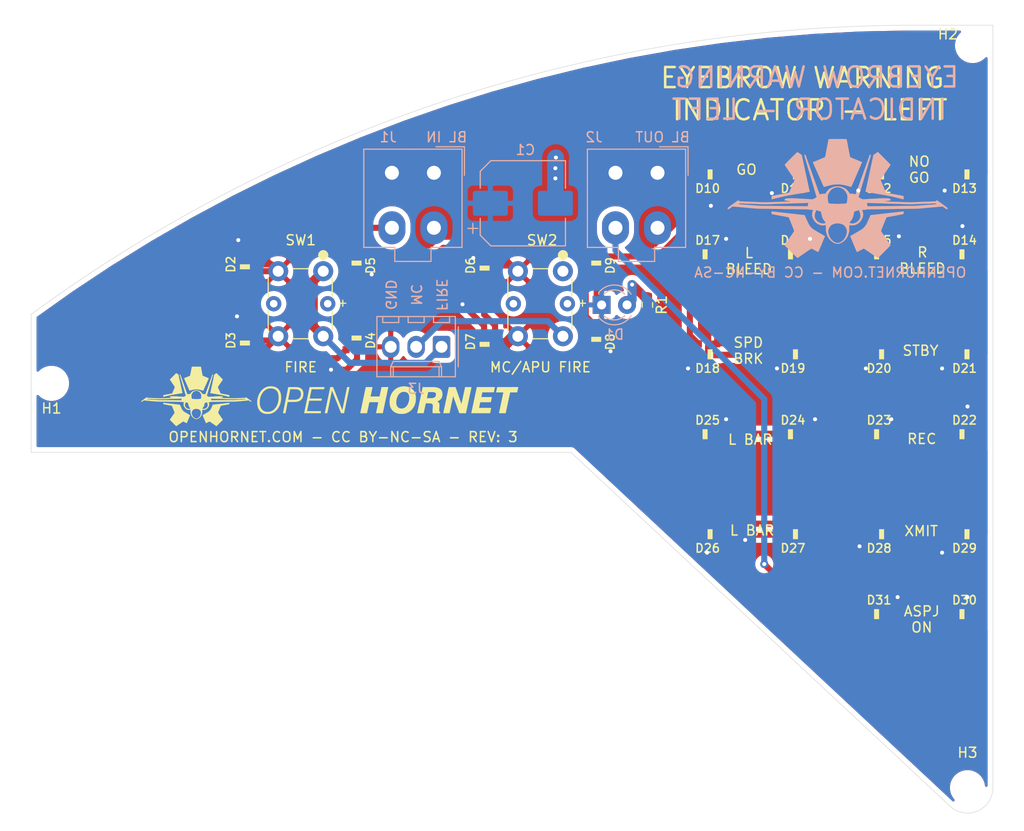
<source format=kicad_pcb>
(kicad_pcb (version 20171130) (host pcbnew "(5.1.9)-1")
  (layers (0 F.Cu signal) (31 B.Cu signal) (34 B.Paste user) (35 F.Paste user) (36 B.SilkS user) (37 F.SilkS user) (38 B.Mask user) (39 F.Mask user) (44 Edge.Cuts user))
  (net 0 "")
  (net 1 GND)
  (net 2 +5V)
  (net 3 "Net-(D1-Pad2)")
  (net 4 /DIN)
  (net 5 "Net-(D2-Pad1)")
  (net 6 "Net-(D3-Pad1)")
  (net 7 "Net-(D4-Pad1)")
  (net 8 "Net-(D5-Pad1)")
  (net 9 "Net-(D6-Pad1)")
  (net 10 "Net-(D7-Pad1)")
  (net 11 "Net-(D8-Pad1)")
  (net 12 /DOUT1)
  (net 13 "Net-(D10-Pad1)")
  (net 14 "Net-(D11-Pad1)")
  (net 15 "Net-(D12-Pad1)")
  (net 16 "Net-(D13-Pad1)")
  (net 17 "Net-(D14-Pad1)")
  (net 18 "Net-(D15-Pad1)")
  (net 19 "Net-(D16-Pad1)")
  (net 20 /DOUT2)
  (net 21 "Net-(D18-Pad1)")
  (net 22 "Net-(D19-Pad1)")
  (net 23 "Net-(D20-Pad1)")
  (net 24 "Net-(D21-Pad1)")
  (net 25 "Net-(D22-Pad1)")
  (net 26 "Net-(D23-Pad1)")
  (net 27 "Net-(D24-Pad1)")
  (net 28 /DOUT3)
  (net 29 "Net-(D26-Pad1)")
  (net 30 "Net-(D27-Pad1)")
  (net 31 "Net-(D28-Pad1)")
  (net 32 "Net-(D29-Pad1)")
  (net 33 "Net-(D30-Pad1)")
  (net 34 /DOUT)
  (net 35 /MC_SW)
  (net 36 /FIRE_SW)
  (module KiCAD_Libraries:WS2812-2020 (layer F.Cu) (at 186.359799 118.26875 180)
    (fp_text reference D31 (at 0 1.905) (layer F.SilkS) (effects (font (size 0.85 0.85))))
    (fp_text value LED hide)
    (pad 4 smd rect (at -0.915 0.55 180) (size 0.7 0.7) (layers F.Cu F.Paste F.Mask) (net 2 +5V))
    (pad 3 smd rect (at -0.915 -0.55 180) (size 0.7 0.7) (layers F.Cu F.Paste F.Mask) (net 33 "Net-(D30-Pad1)"))
    (pad 2 smd rect (at 0.915 -0.55 180) (size 0.7 0.7) (layers F.Cu F.Paste F.Mask) (net 1 GND))
    (pad 1 smd rect (at 0.915 0.55 180) (size 0.7 0.7) (layers F.Cu F.Paste F.Mask) (net 34 /DOUT))
  )
  (module KiCAD_Libraries:WS2812-2020 (layer F.Cu) (at 194.894199 118.26875 180)
    (fp_text reference D30 (at 0 1.905) (layer F.SilkS) (effects (font (size 0.85 0.85))))
    (fp_text value LED hide)
    (pad 4 smd rect (at -0.915 0.55 180) (size 0.7 0.7) (layers F.Cu F.Paste F.Mask) (net 2 +5V))
    (pad 3 smd rect (at -0.915 -0.55 180) (size 0.7 0.7) (layers F.Cu F.Paste F.Mask) (net 32 "Net-(D29-Pad1)"))
    (pad 2 smd rect (at 0.915 -0.55 180) (size 0.7 0.7) (layers F.Cu F.Paste F.Mask) (net 1 GND))
    (pad 1 smd rect (at 0.915 0.55 180) (size 0.7 0.7) (layers F.Cu F.Paste F.Mask) (net 33 "Net-(D30-Pad1)"))
  )
  (module KiCAD_Libraries:WS2812-2020 (layer F.Cu) (at 194.894199 109.27715)
    (fp_text reference D29 (at 0 1.905) (layer F.SilkS) (effects (font (size 0.85 0.85))))
    (fp_text value LED hide)
    (pad 4 smd rect (at -0.915 0.55) (size 0.7 0.7) (layers F.Cu F.Paste F.Mask) (net 2 +5V))
    (pad 3 smd rect (at -0.915 -0.55) (size 0.7 0.7) (layers F.Cu F.Paste F.Mask) (net 31 "Net-(D28-Pad1)"))
    (pad 2 smd rect (at 0.915 -0.55) (size 0.7 0.7) (layers F.Cu F.Paste F.Mask) (net 1 GND))
    (pad 1 smd rect (at 0.915 0.55) (size 0.7 0.7) (layers F.Cu F.Paste F.Mask) (net 32 "Net-(D29-Pad1)"))
  )
  (module KiCAD_Libraries:WS2812-2020 (layer F.Cu) (at 186.359799 109.27715)
    (fp_text reference D28 (at 0 1.905) (layer F.SilkS) (effects (font (size 0.85 0.85))))
    (fp_text value LED hide)
    (pad 4 smd rect (at -0.915 0.55) (size 0.7 0.7) (layers F.Cu F.Paste F.Mask) (net 2 +5V))
    (pad 3 smd rect (at -0.915 -0.55) (size 0.7 0.7) (layers F.Cu F.Paste F.Mask) (net 30 "Net-(D27-Pad1)"))
    (pad 2 smd rect (at 0.915 -0.55) (size 0.7 0.7) (layers F.Cu F.Paste F.Mask) (net 1 GND))
    (pad 1 smd rect (at 0.915 0.55) (size 0.7 0.7) (layers F.Cu F.Paste F.Mask) (net 31 "Net-(D28-Pad1)"))
  )
  (module KiCAD_Libraries:WS2812-2020 (layer F.Cu) (at 177.749199 109.27715)
    (fp_text reference D27 (at 0 1.905) (layer F.SilkS) (effects (font (size 0.85 0.85))))
    (fp_text value LED hide)
    (pad 4 smd rect (at -0.915 0.55) (size 0.7 0.7) (layers F.Cu F.Paste F.Mask) (net 2 +5V))
    (pad 3 smd rect (at -0.915 -0.55) (size 0.7 0.7) (layers F.Cu F.Paste F.Mask) (net 29 "Net-(D26-Pad1)"))
    (pad 2 smd rect (at 0.915 -0.55) (size 0.7 0.7) (layers F.Cu F.Paste F.Mask) (net 1 GND))
    (pad 1 smd rect (at 0.915 0.55) (size 0.7 0.7) (layers F.Cu F.Paste F.Mask) (net 30 "Net-(D27-Pad1)"))
  )
  (module KiCAD_Libraries:WS2812-2020 (layer F.Cu) (at 169.214799 109.27715)
    (fp_text reference D26 (at 0 1.905) (layer F.SilkS) (effects (font (size 0.85 0.85))))
    (fp_text value LED hide)
    (pad 4 smd rect (at -0.915 0.55) (size 0.7 0.7) (layers F.Cu F.Paste F.Mask) (net 2 +5V))
    (pad 3 smd rect (at -0.915 -0.55) (size 0.7 0.7) (layers F.Cu F.Paste F.Mask) (net 28 /DOUT3))
    (pad 2 smd rect (at 0.915 -0.55) (size 0.7 0.7) (layers F.Cu F.Paste F.Mask) (net 1 GND))
    (pad 1 smd rect (at 0.915 0.55) (size 0.7 0.7) (layers F.Cu F.Paste F.Mask) (net 29 "Net-(D26-Pad1)"))
  )
  (module KiCAD_Libraries:WS2812-2020 (layer F.Cu) (at 169.214799 100.28555 180)
    (fp_text reference D25 (at 0 1.905) (layer F.SilkS) (effects (font (size 0.85 0.85))))
    (fp_text value LED hide)
    (pad 4 smd rect (at -0.915 0.55 180) (size 0.7 0.7) (layers F.Cu F.Paste F.Mask) (net 2 +5V))
    (pad 3 smd rect (at -0.915 -0.55 180) (size 0.7 0.7) (layers F.Cu F.Paste F.Mask) (net 27 "Net-(D24-Pad1)"))
    (pad 2 smd rect (at 0.915 -0.55 180) (size 0.7 0.7) (layers F.Cu F.Paste F.Mask) (net 1 GND))
    (pad 1 smd rect (at 0.915 0.55 180) (size 0.7 0.7) (layers F.Cu F.Paste F.Mask) (net 28 /DOUT3))
  )
  (module KiCAD_Libraries:WS2812-2020 (layer F.Cu) (at 177.749199 100.28555 180)
    (fp_text reference D24 (at 0 1.905) (layer F.SilkS) (effects (font (size 0.85 0.85))))
    (fp_text value LED hide)
    (pad 4 smd rect (at -0.915 0.55 180) (size 0.7 0.7) (layers F.Cu F.Paste F.Mask) (net 2 +5V))
    (pad 3 smd rect (at -0.915 -0.55 180) (size 0.7 0.7) (layers F.Cu F.Paste F.Mask) (net 26 "Net-(D23-Pad1)"))
    (pad 2 smd rect (at 0.915 -0.55 180) (size 0.7 0.7) (layers F.Cu F.Paste F.Mask) (net 1 GND))
    (pad 1 smd rect (at 0.915 0.55 180) (size 0.7 0.7) (layers F.Cu F.Paste F.Mask) (net 27 "Net-(D24-Pad1)"))
  )
  (module KiCAD_Libraries:WS2812-2020 (layer F.Cu) (at 186.359799 100.28555 180)
    (fp_text reference D23 (at 0 1.905) (layer F.SilkS) (effects (font (size 0.85 0.85))))
    (fp_text value LED hide)
    (pad 4 smd rect (at -0.915 0.55 180) (size 0.7 0.7) (layers F.Cu F.Paste F.Mask) (net 2 +5V))
    (pad 3 smd rect (at -0.915 -0.55 180) (size 0.7 0.7) (layers F.Cu F.Paste F.Mask) (net 25 "Net-(D22-Pad1)"))
    (pad 2 smd rect (at 0.915 -0.55 180) (size 0.7 0.7) (layers F.Cu F.Paste F.Mask) (net 1 GND))
    (pad 1 smd rect (at 0.915 0.55 180) (size 0.7 0.7) (layers F.Cu F.Paste F.Mask) (net 26 "Net-(D23-Pad1)"))
  )
  (module KiCAD_Libraries:WS2812-2020 (layer F.Cu) (at 194.894199 100.28555 180)
    (fp_text reference D22 (at 0 1.905) (layer F.SilkS) (effects (font (size 0.85 0.85))))
    (fp_text value LED hide)
    (pad 4 smd rect (at -0.915 0.55 180) (size 0.7 0.7) (layers F.Cu F.Paste F.Mask) (net 2 +5V))
    (pad 3 smd rect (at -0.915 -0.55 180) (size 0.7 0.7) (layers F.Cu F.Paste F.Mask) (net 24 "Net-(D21-Pad1)"))
    (pad 2 smd rect (at 0.915 -0.55 180) (size 0.7 0.7) (layers F.Cu F.Paste F.Mask) (net 1 GND))
    (pad 1 smd rect (at 0.915 0.55 180) (size 0.7 0.7) (layers F.Cu F.Paste F.Mask) (net 25 "Net-(D22-Pad1)"))
  )
  (module KiCAD_Libraries:WS2812-2020 (layer F.Cu) (at 194.894199 91.29395)
    (fp_text reference D21 (at 0 1.905) (layer F.SilkS) (effects (font (size 0.85 0.85))))
    (fp_text value LED hide)
    (pad 4 smd rect (at -0.915 0.55) (size 0.7 0.7) (layers F.Cu F.Paste F.Mask) (net 2 +5V))
    (pad 3 smd rect (at -0.915 -0.55) (size 0.7 0.7) (layers F.Cu F.Paste F.Mask) (net 23 "Net-(D20-Pad1)"))
    (pad 2 smd rect (at 0.915 -0.55) (size 0.7 0.7) (layers F.Cu F.Paste F.Mask) (net 1 GND))
    (pad 1 smd rect (at 0.915 0.55) (size 0.7 0.7) (layers F.Cu F.Paste F.Mask) (net 24 "Net-(D21-Pad1)"))
  )
  (module KiCAD_Libraries:WS2812-2020 (layer F.Cu) (at 186.359799 91.29395)
    (fp_text reference D20 (at 0 1.905) (layer F.SilkS) (effects (font (size 0.85 0.85))))
    (fp_text value LED hide)
    (pad 4 smd rect (at -0.915 0.55) (size 0.7 0.7) (layers F.Cu F.Paste F.Mask) (net 2 +5V))
    (pad 3 smd rect (at -0.915 -0.55) (size 0.7 0.7) (layers F.Cu F.Paste F.Mask) (net 22 "Net-(D19-Pad1)"))
    (pad 2 smd rect (at 0.915 -0.55) (size 0.7 0.7) (layers F.Cu F.Paste F.Mask) (net 1 GND))
    (pad 1 smd rect (at 0.915 0.55) (size 0.7 0.7) (layers F.Cu F.Paste F.Mask) (net 23 "Net-(D20-Pad1)"))
  )
  (module KiCAD_Libraries:WS2812-2020 (layer F.Cu) (at 177.749199 91.29395)
    (fp_text reference D19 (at 0 1.905) (layer F.SilkS) (effects (font (size 0.85 0.85))))
    (fp_text value LED hide)
    (pad 4 smd rect (at -0.915 0.55) (size 0.7 0.7) (layers F.Cu F.Paste F.Mask) (net 2 +5V))
    (pad 3 smd rect (at -0.915 -0.55) (size 0.7 0.7) (layers F.Cu F.Paste F.Mask) (net 21 "Net-(D18-Pad1)"))
    (pad 2 smd rect (at 0.915 -0.55) (size 0.7 0.7) (layers F.Cu F.Paste F.Mask) (net 1 GND))
    (pad 1 smd rect (at 0.915 0.55) (size 0.7 0.7) (layers F.Cu F.Paste F.Mask) (net 22 "Net-(D19-Pad1)"))
  )
  (module KiCAD_Libraries:WS2812-2020 (layer F.Cu) (at 169.214799 91.29395)
    (fp_text reference D18 (at 0 1.905) (layer F.SilkS) (effects (font (size 0.85 0.85))))
    (fp_text value LED hide)
    (pad 4 smd rect (at -0.915 0.55) (size 0.7 0.7) (layers F.Cu F.Paste F.Mask) (net 2 +5V))
    (pad 3 smd rect (at -0.915 -0.55) (size 0.7 0.7) (layers F.Cu F.Paste F.Mask) (net 20 /DOUT2))
    (pad 2 smd rect (at 0.915 -0.55) (size 0.7 0.7) (layers F.Cu F.Paste F.Mask) (net 1 GND))
    (pad 1 smd rect (at 0.915 0.55) (size 0.7 0.7) (layers F.Cu F.Paste F.Mask) (net 21 "Net-(D18-Pad1)"))
  )
  (module KiCAD_Libraries:WS2812-2020 (layer F.Cu) (at 169.214799 82.302351 180)
    (fp_text reference D17 (at 0 1.905) (layer F.SilkS) (effects (font (size 0.85 0.85))))
    (fp_text value LED hide)
    (pad 4 smd rect (at -0.915 0.55 180) (size 0.7 0.7) (layers F.Cu F.Paste F.Mask) (net 2 +5V))
    (pad 3 smd rect (at -0.915 -0.55 180) (size 0.7 0.7) (layers F.Cu F.Paste F.Mask) (net 19 "Net-(D16-Pad1)"))
    (pad 2 smd rect (at 0.915 -0.55 180) (size 0.7 0.7) (layers F.Cu F.Paste F.Mask) (net 1 GND))
    (pad 1 smd rect (at 0.915 0.55 180) (size 0.7 0.7) (layers F.Cu F.Paste F.Mask) (net 20 /DOUT2))
  )
  (module KiCAD_Libraries:WS2812-2020 (layer F.Cu) (at 177.749199 82.302351 180)
    (fp_text reference D16 (at 0 1.905) (layer F.SilkS) (effects (font (size 0.85 0.85))))
    (fp_text value LED hide)
    (pad 4 smd rect (at -0.915 0.55 180) (size 0.7 0.7) (layers F.Cu F.Paste F.Mask) (net 2 +5V))
    (pad 3 smd rect (at -0.915 -0.55 180) (size 0.7 0.7) (layers F.Cu F.Paste F.Mask) (net 18 "Net-(D15-Pad1)"))
    (pad 2 smd rect (at 0.915 -0.55 180) (size 0.7 0.7) (layers F.Cu F.Paste F.Mask) (net 1 GND))
    (pad 1 smd rect (at 0.915 0.55 180) (size 0.7 0.7) (layers F.Cu F.Paste F.Mask) (net 19 "Net-(D16-Pad1)"))
  )
  (module KiCAD_Libraries:WS2812-2020 (layer F.Cu) (at 186.359799 82.302351 180)
    (fp_text reference D15 (at 0 1.905) (layer F.SilkS) (effects (font (size 0.85 0.85))))
    (fp_text value LED hide)
    (pad 4 smd rect (at -0.915 0.55 180) (size 0.7 0.7) (layers F.Cu F.Paste F.Mask) (net 2 +5V))
    (pad 3 smd rect (at -0.915 -0.55 180) (size 0.7 0.7) (layers F.Cu F.Paste F.Mask) (net 17 "Net-(D14-Pad1)"))
    (pad 2 smd rect (at 0.915 -0.55 180) (size 0.7 0.7) (layers F.Cu F.Paste F.Mask) (net 1 GND))
    (pad 1 smd rect (at 0.915 0.55 180) (size 0.7 0.7) (layers F.Cu F.Paste F.Mask) (net 18 "Net-(D15-Pad1)"))
  )
  (module KiCAD_Libraries:WS2812-2020 (layer F.Cu) (at 194.894199 82.302351 180)
    (fp_text reference D14 (at 0 1.905) (layer F.SilkS) (effects (font (size 0.85 0.85))))
    (fp_text value LED hide)
    (pad 4 smd rect (at -0.915 0.55 180) (size 0.7 0.7) (layers F.Cu F.Paste F.Mask) (net 2 +5V))
    (pad 3 smd rect (at -0.915 -0.55 180) (size 0.7 0.7) (layers F.Cu F.Paste F.Mask) (net 16 "Net-(D13-Pad1)"))
    (pad 2 smd rect (at 0.915 -0.55 180) (size 0.7 0.7) (layers F.Cu F.Paste F.Mask) (net 1 GND))
    (pad 1 smd rect (at 0.915 0.55 180) (size 0.7 0.7) (layers F.Cu F.Paste F.Mask) (net 17 "Net-(D14-Pad1)"))
  )
  (module KiCAD_Libraries:WS2812-2020 (layer F.Cu) (at 194.894199 73.310751)
    (fp_text reference D13 (at 0 1.905) (layer F.SilkS) (effects (font (size 0.85 0.85))))
    (fp_text value LED hide)
    (pad 4 smd rect (at -0.915 0.55) (size 0.7 0.7) (layers F.Cu F.Paste F.Mask) (net 2 +5V))
    (pad 3 smd rect (at -0.915 -0.55) (size 0.7 0.7) (layers F.Cu F.Paste F.Mask) (net 15 "Net-(D12-Pad1)"))
    (pad 2 smd rect (at 0.915 -0.55) (size 0.7 0.7) (layers F.Cu F.Paste F.Mask) (net 1 GND))
    (pad 1 smd rect (at 0.915 0.55) (size 0.7 0.7) (layers F.Cu F.Paste F.Mask) (net 16 "Net-(D13-Pad1)"))
  )
  (module KiCAD_Libraries:WS2812-2020 (layer F.Cu) (at 186.359799 73.310751)
    (fp_text reference D12 (at 0 1.905) (layer F.SilkS) (effects (font (size 0.85 0.85))))
    (fp_text value LED hide)
    (pad 4 smd rect (at -0.915 0.55) (size 0.7 0.7) (layers F.Cu F.Paste F.Mask) (net 2 +5V))
    (pad 3 smd rect (at -0.915 -0.55) (size 0.7 0.7) (layers F.Cu F.Paste F.Mask) (net 14 "Net-(D11-Pad1)"))
    (pad 2 smd rect (at 0.915 -0.55) (size 0.7 0.7) (layers F.Cu F.Paste F.Mask) (net 1 GND))
    (pad 1 smd rect (at 0.915 0.55) (size 0.7 0.7) (layers F.Cu F.Paste F.Mask) (net 15 "Net-(D12-Pad1)"))
  )
  (module KiCAD_Libraries:WS2812-2020 (layer F.Cu) (at 177.749199 73.31075)
    (fp_text reference D11 (at 0 1.905) (layer F.SilkS) (effects (font (size 0.85 0.85))))
    (fp_text value LED hide)
    (pad 4 smd rect (at -0.915 0.55) (size 0.7 0.7) (layers F.Cu F.Paste F.Mask) (net 2 +5V))
    (pad 3 smd rect (at -0.915 -0.55) (size 0.7 0.7) (layers F.Cu F.Paste F.Mask) (net 13 "Net-(D10-Pad1)"))
    (pad 2 smd rect (at 0.915 -0.55) (size 0.7 0.7) (layers F.Cu F.Paste F.Mask) (net 1 GND))
    (pad 1 smd rect (at 0.915 0.55) (size 0.7 0.7) (layers F.Cu F.Paste F.Mask) (net 14 "Net-(D11-Pad1)"))
  )
  (module KiCAD_Libraries:WS2812-2020 (layer F.Cu) (at 169.214799 73.31075)
    (fp_text reference D10 (at 0 1.905) (layer F.SilkS) (effects (font (size 0.85 0.85))))
    (fp_text value LED hide)
    (pad 4 smd rect (at -0.915 0.55) (size 0.7 0.7) (layers F.Cu F.Paste F.Mask) (net 2 +5V))
    (pad 3 smd rect (at -0.915 -0.55) (size 0.7 0.7) (layers F.Cu F.Paste F.Mask) (net 12 /DOUT1))
    (pad 2 smd rect (at 0.915 -0.55) (size 0.7 0.7) (layers F.Cu F.Paste F.Mask) (net 1 GND))
    (pad 1 smd rect (at 0.915 0.55) (size 0.7 0.7) (layers F.Cu F.Paste F.Mask) (net 13 "Net-(D10-Pad1)"))
  )
  (module KiCAD_Libraries:WS2812-2020 (layer F.Cu) (at 157.583249 82.928149 90)
    (fp_text reference D9 (at 0 1.905 90) (layer F.SilkS) (effects (font (size 0.85 0.85))))
    (fp_text value LED hide)
    (pad 4 smd rect (at -0.915 0.55 90) (size 0.7 0.7) (layers F.Cu F.Paste F.Mask) (net 2 +5V))
    (pad 3 smd rect (at -0.915 -0.55 90) (size 0.7 0.7) (layers F.Cu F.Paste F.Mask) (net 11 "Net-(D8-Pad1)"))
    (pad 2 smd rect (at 0.915 -0.55 90) (size 0.7 0.7) (layers F.Cu F.Paste F.Mask) (net 1 GND))
    (pad 1 smd rect (at 0.915 0.55 90) (size 0.7 0.7) (layers F.Cu F.Paste F.Mask) (net 12 /DOUT1))
  )
  (module KiCAD_Libraries:WS2812-2020 (layer F.Cu) (at 157.583249 90.548149 90)
    (fp_text reference D8 (at 0 1.905 90) (layer F.SilkS) (effects (font (size 0.85 0.85))))
    (fp_text value LED hide)
    (pad 4 smd rect (at -0.915 0.55 90) (size 0.7 0.7) (layers F.Cu F.Paste F.Mask) (net 2 +5V))
    (pad 3 smd rect (at -0.915 -0.55 90) (size 0.7 0.7) (layers F.Cu F.Paste F.Mask) (net 10 "Net-(D7-Pad1)"))
    (pad 2 smd rect (at 0.915 -0.55 90) (size 0.7 0.7) (layers F.Cu F.Paste F.Mask) (net 1 GND))
    (pad 1 smd rect (at 0.915 0.55 90) (size 0.7 0.7) (layers F.Cu F.Paste F.Mask) (net 11 "Net-(D8-Pad1)"))
  )
  (module KiCAD_Libraries:WS2812-2020 (layer F.Cu) (at 147.423249 90.548149 270)
    (fp_text reference D7 (at 0 1.905 90) (layer F.SilkS) (effects (font (size 0.85 0.85))))
    (fp_text value LED hide)
    (pad 4 smd rect (at -0.915 0.55 270) (size 0.7 0.7) (layers F.Cu F.Paste F.Mask) (net 2 +5V))
    (pad 3 smd rect (at -0.915 -0.55 270) (size 0.7 0.7) (layers F.Cu F.Paste F.Mask) (net 9 "Net-(D6-Pad1)"))
    (pad 2 smd rect (at 0.915 -0.55 270) (size 0.7 0.7) (layers F.Cu F.Paste F.Mask) (net 1 GND))
    (pad 1 smd rect (at 0.915 0.55 270) (size 0.7 0.7) (layers F.Cu F.Paste F.Mask) (net 10 "Net-(D7-Pad1)"))
  )
  (module KiCAD_Libraries:WS2812-2020 (layer F.Cu) (at 147.423249 82.928149 270)
    (fp_text reference D6 (at 0 1.905 90) (layer F.SilkS) (effects (font (size 0.85 0.85))))
    (fp_text value LED hide)
    (pad 4 smd rect (at -0.915 0.55 270) (size 0.7 0.7) (layers F.Cu F.Paste F.Mask) (net 2 +5V))
    (pad 3 smd rect (at -0.915 -0.55 270) (size 0.7 0.7) (layers F.Cu F.Paste F.Mask) (net 8 "Net-(D5-Pad1)"))
    (pad 2 smd rect (at 0.915 -0.55 270) (size 0.7 0.7) (layers F.Cu F.Paste F.Mask) (net 1 GND))
    (pad 1 smd rect (at 0.915 0.55 270) (size 0.7 0.7) (layers F.Cu F.Paste F.Mask) (net 9 "Net-(D6-Pad1)"))
  )
  (module KiCAD_Libraries:WS2812-2020 (layer F.Cu) (at 133.623249 82.928149 90)
    (fp_text reference D5 (at 0 1.905 90) (layer F.SilkS) (effects (font (size 0.85 0.85))))
    (fp_text value LED hide)
    (pad 4 smd rect (at -0.915 0.55 90) (size 0.7 0.7) (layers F.Cu F.Paste F.Mask) (net 2 +5V))
    (pad 3 smd rect (at -0.915 -0.55 90) (size 0.7 0.7) (layers F.Cu F.Paste F.Mask) (net 7 "Net-(D4-Pad1)"))
    (pad 2 smd rect (at 0.915 -0.55 90) (size 0.7 0.7) (layers F.Cu F.Paste F.Mask) (net 1 GND))
    (pad 1 smd rect (at 0.915 0.55 90) (size 0.7 0.7) (layers F.Cu F.Paste F.Mask) (net 8 "Net-(D5-Pad1)"))
  )
  (module KiCAD_Libraries:WS2812-2020 (layer F.Cu) (at 133.623249 90.418093 90)
    (fp_text reference D4 (at 0 1.905 90) (layer F.SilkS) (effects (font (size 0.85 0.85))))
    (fp_text value LED hide)
    (pad 4 smd rect (at -0.915 0.55 90) (size 0.7 0.7) (layers F.Cu F.Paste F.Mask) (net 2 +5V))
    (pad 3 smd rect (at -0.915 -0.55 90) (size 0.7 0.7) (layers F.Cu F.Paste F.Mask) (net 6 "Net-(D3-Pad1)"))
    (pad 2 smd rect (at 0.915 -0.55 90) (size 0.7 0.7) (layers F.Cu F.Paste F.Mask) (net 1 GND))
    (pad 1 smd rect (at 0.915 0.55 90) (size 0.7 0.7) (layers F.Cu F.Paste F.Mask) (net 7 "Net-(D4-Pad1)"))
  )
  (module KiCAD_Libraries:WS2812-2020 (layer F.Cu) (at 123.463249 90.418093 270)
    (fp_text reference D3 (at 0 1.905 90) (layer F.SilkS) (effects (font (size 0.85 0.85))))
    (fp_text value LED hide)
    (pad 4 smd rect (at -0.915 0.55 270) (size 0.7 0.7) (layers F.Cu F.Paste F.Mask) (net 2 +5V))
    (pad 3 smd rect (at -0.915 -0.55 270) (size 0.7 0.7) (layers F.Cu F.Paste F.Mask) (net 5 "Net-(D2-Pad1)"))
    (pad 2 smd rect (at 0.915 -0.55 270) (size 0.7 0.7) (layers F.Cu F.Paste F.Mask) (net 1 GND))
    (pad 1 smd rect (at 0.915 0.55 270) (size 0.7 0.7) (layers F.Cu F.Paste F.Mask) (net 6 "Net-(D3-Pad1)"))
  )
  (module KiCAD_Libraries:WS2812-2020 (layer F.Cu) (at 123.463249 82.798093 270)
    (fp_text reference D2 (at 0 1.905 90) (layer F.SilkS) (effects (font (size 0.85 0.85))))
    (fp_text value LED hide)
    (pad 4 smd rect (at -0.915 0.55 270) (size 0.7 0.7) (layers F.Cu F.Paste F.Mask) (net 2 +5V))
    (pad 3 smd rect (at -0.915 -0.55 270) (size 0.7 0.7) (layers F.Cu F.Paste F.Mask) (net 4 /DIN))
    (pad 2 smd rect (at 0.915 -0.55 270) (size 0.7 0.7) (layers F.Cu F.Paste F.Mask) (net 1 GND))
    (pad 1 smd rect (at 0.915 0.55 270) (size 0.7 0.7) (layers F.Cu F.Paste F.Mask) (net 5 "Net-(D2-Pad1)"))
  )
  (module "KiCAD Libraries:OH_LOGO_ONLY_22mm_12mm" (layer B.Cu) (at 182.244999 76.317097 180)
    (fp_text reference G*** hide)
    (fp_text value LOGO hide)
  )
  (module "KiCAD Libraries:OH_LOGO_37.7mm_5.9mm" (layer F.Cu) (at 131.444999 96.002097)
    (fp_text reference G*** hide)
    (fp_text value LOGO hide)
  )
  (module KiCAD_Libraries:TL1240GQ (layer F.Cu) (at 150.253249 89.988149 90)
    (fp_text reference SW2 (at 9.6 2.42 180) (layer F.SilkS))
    (fp_text value "MC/APU FIRE" (at -3.1 2.25) (layer F.SilkS))
    (fp_text user + (at 3.3 6.4 90) (layer F.SilkS) (effects (font (size 0.8 0.8) (thickness 0.12))))
    (pad 4 thru_hole circle (at 3.25 4.95 90) (size 1.524 1.524) (drill 0.762) (layers *.Cu *.Mask))
    (pad 3 thru_hole circle (at 3.25 -0.45 90) (size 1.524 1.524) (drill 0.762) (layers *.Cu *.Mask))
    (pad 2 thru_hole circle (at 6.5 0 180) (size 2 2) (drill 1.1) (layers *.Cu *.Mask) (net 1 GND))
    (pad 1 thru_hole circle (at 6.5 4.5 180) (size 2 2) (drill 1.1) (layers *.Cu *.Mask) (net 35 /MC_SW))
    (pad 2 thru_hole circle (at 0 0 180) (size 2 2) (drill 1.1) (layers *.Cu *.Mask) (net 1 GND))
    (pad 1 thru_hole circle (at 0 4.5 180) (size 2 2) (drill 1.1) (layers *.Cu *.Mask) (net 35 /MC_SW))
  )
  (module KiCAD_Libraries:TL1240GQ (layer F.Cu) (at 126.293249 89.988149 90)
    (fp_text reference SW1 (at 9.6 2.25 180) (layer F.SilkS))
    (fp_text value FIRE (at -3.1 2.25 180) (layer F.SilkS))
    (fp_text user + (at 3.3 6.4 90) (layer F.SilkS) (effects (font (size 0.8 0.8) (thickness 0.12))))
    (pad 4 thru_hole circle (at 3.25 4.95 90) (size 1.524 1.524) (drill 0.762) (layers *.Cu *.Mask))
    (pad 3 thru_hole circle (at 3.25 -0.45 90) (size 1.524 1.524) (drill 0.762) (layers *.Cu *.Mask))
    (pad 2 thru_hole circle (at 6.5 0 180) (size 2 2) (drill 1.1) (layers *.Cu *.Mask) (net 1 GND))
    (pad 1 thru_hole circle (at 6.5 4.5 180) (size 2 2) (drill 1.1) (layers *.Cu *.Mask) (net 36 /FIRE_SW))
    (pad 2 thru_hole circle (at 0 0 180) (size 2 2) (drill 1.1) (layers *.Cu *.Mask) (net 1 GND))
    (pad 1 thru_hole circle (at 0 4.5 180) (size 2 2) (drill 1.1) (layers *.Cu *.Mask) (net 36 /FIRE_SW))
  )
  (module Resistor_SMD:R_0603_1608Metric (layer F.Cu) (at 163.194999 86.858097 270)
    (fp_text reference R1 (at 0 -1.43 270) (layer F.SilkS))
    (fp_text value R)
    (pad 2 smd roundrect (at 0.825 0 270) (size 0.8 0.95) (layers F.Cu F.Paste F.Mask) (net 1 GND))
    (pad 1 smd roundrect (at -0.825 0 270) (size 0.8 0.95) (layers F.Cu F.Paste F.Mask) (net 3 "Net-(D1-Pad2)"))
  )
  (module Connector_Molex:Molex_KK-254_AE-6410-03A_1x03_P2.54mm_Vertical (layer B.Cu) (at 142.620999 91.049097 180)
    (fp_text reference J3 (at 2.54 -4.191) (layer B.SilkS) (effects (justify mirror)))
    (fp_text value SW)
    (pad 3 thru_hole oval (at 5.08 0 180) (size 1.74 2.19) (drill 1.19) (layers *.Cu *.Mask) (net 1 GND))
    (pad 2 thru_hole oval (at 2.54 0 180) (size 1.74 2.19) (drill 1.19) (layers *.Cu *.Mask) (net 35 /MC_SW))
    (pad 1 thru_hole roundrect (at 0 0 180) (size 1.74 2.19) (drill 1.19) (layers *.Cu *.Mask) (roundrect_rratio 0.1436775862068966) (net 36 /FIRE_SW))
  )
  (module Connector_Molex:Molex_Mini-Fit_Jr_5566-04A_2x02_P4.20mm_Vertical (layer B.Cu) (at 164.210999 73.650097 180)
    (fp_text reference J2 (at 6.35 3.556) (layer B.SilkS) (effects (justify mirror)))
    (fp_text value "BL OUT" (at -0.508 3.556) (layer B.SilkS) (effects (justify mirror)))
    (pad 4 thru_hole oval (at 4.2 -5.5 180) (size 2.7 3.3) (drill 1.4) (layers *.Cu *.Mask) (net 34 /DOUT))
    (pad 3 thru_hole oval (at 0 -5.5 180) (size 2.7 3.3) (drill 1.4) (layers *.Cu *.Mask) (net 1 GND))
    (pad 2 thru_hole oval (at 4.2 0 180) (size 2.7 3.3) (drill 1.4) (layers *.Cu *.Mask) (net 2 +5V))
    (pad 1 thru_hole roundrect (at 0 0 180) (size 2.7 3.3) (drill 1.4) (layers *.Cu *.Mask) (roundrect_rratio 0.09259296296296296) (net 2 +5V))
  )
  (module Connector_Molex:Molex_Mini-Fit_Jr_5566-04A_2x02_P4.20mm_Vertical (layer B.Cu) (at 141.858999 73.650097 180)
    (fp_text reference J1 (at 4.572 3.556) (layer B.SilkS) (effects (justify mirror)))
    (fp_text value "BL IN" (at -1.27 3.556) (layer B.SilkS) (effects (justify mirror)))
    (pad 4 thru_hole oval (at 4.2 -5.5 180) (size 2.7 3.3) (drill 1.4) (layers *.Cu *.Mask) (net 4 /DIN))
    (pad 3 thru_hole oval (at 0 -5.5 180) (size 2.7 3.3) (drill 1.4) (layers *.Cu *.Mask) (net 1 GND))
    (pad 2 thru_hole oval (at 4.2 0 180) (size 2.7 3.3) (drill 1.4) (layers *.Cu *.Mask) (net 2 +5V))
    (pad 1 thru_hole roundrect (at 0 0 180) (size 2.7 3.3) (drill 1.4) (layers *.Cu *.Mask) (roundrect_rratio 0.09259296296296296) (net 2 +5V))
  )
  (module MountingHole:MountingHole_2.5mm (layer F.Cu) (at 195.198999 135.118097)
    (fp_text reference H3 (at 0 -3.5) (layer F.SilkS))
    (fp_text value MountingHole)
    (pad 1 np_thru_hole circle (at 0 0) (size 2.5 2.5) (drill 2.5) (layers *.Cu *.Mask))
  )
  (module MountingHole:MountingHole_2.5mm (layer F.Cu) (at 195.706999 60.928251)
    (fp_text reference H2 (at -2.4765 -1.121154) (layer F.SilkS))
    (fp_text value MountingHole)
    (pad 1 np_thru_hole circle (at 0 0) (size 2.5 2.5) (drill 2.5) (layers *.Cu *.Mask))
  )
  (module MountingHole:MountingHole_2.5mm (layer F.Cu) (at 103.632 94.699611)
    (fp_text reference H1 (at 0 2.508986) (layer F.SilkS))
    (fp_text value MountingHole)
    (pad 1 np_thru_hole circle (at 0 0) (size 2.5 2.5) (drill 2.5) (layers *.Cu *.Mask))
  )
  (module LED_THT:LED_D3.0mm (layer B.Cu) (at 158.622999 86.858097)
    (fp_text reference D1 (at 1.27 2.96) (layer B.SilkS) (effects (justify mirror)))
    (fp_text value PWR)
    (pad 2 thru_hole circle (at 2.54 0) (size 1.8 1.8) (drill 0.9) (layers *.Cu *.Mask) (net 3 "Net-(D1-Pad2)"))
    (pad 1 thru_hole rect (at 0 0) (size 1.8 1.8) (drill 0.9) (layers *.Cu *.Mask) (net 2 +5V))
  )
  (module Capacitor_SMD:CP_Elec_8x10 (layer B.Cu) (at 150.748999 76.698097)
    (fp_text reference C1 (at 0.254 -5.334) (layer B.SilkS) (effects (justify mirror)))
    (fp_text value "1000 nF")
    (pad 2 smd roundrect (at 3.25 0) (size 3.5 2.5) (layers B.Cu B.Paste B.Mask) (roundrect_rratio 0.1) (net 1 GND))
    (pad 1 smd roundrect (at -3.25 0) (size 3.5 2.5) (layers B.Cu B.Paste B.Mask) (roundrect_rratio 0.1) (net 2 +5V))
  )
  (gr_text "EYEBROW WARNING \nINDICATOR - LEFT" (at 179.387499 65.712597) (layer B.SilkS) (effects (font (size 2 2) (thickness 0.25)) (justify mirror)))
  (gr_text "OPENHORNET.COM - CC BY-NC-SA" (at 181.482999 83.619597) (layer B.SilkS) (effects (font (size 1 1)) (justify mirror)))
  (gr_text "ASPJ\nON" (at 190.626999 118.290597) (layer F.SilkS) (effects (font (size 1 1))))
  (gr_text XMIT (at 190.563499 109.464097) (layer F.SilkS) (effects (font (size 1 1))))
  (gr_text "L BAR" (at 173.672499 109.400597) (layer F.SilkS) (effects (font (size 1 1))))
  (gr_text REC (at 190.626999 100.256597) (layer F.SilkS) (effects (font (size 1 1))))
  (gr_text "L BAR" (at 173.481999 100.320097) (layer F.SilkS) (effects (font (size 1 1))))
  (gr_text STBY (at 190.499999 91.430097) (layer F.SilkS) (effects (font (size 1 1))))
  (gr_text "SPD\nBRK" (at 173.291499 91.430097) (layer F.SilkS) (effects (font (size 1 1))))
  (gr_text "R\nBLEED" (at 190.690499 82.413097) (layer F.SilkS) (effects (font (size 1 1))))
  (gr_text "L\nBLEED" (at 173.354999 82.476597) (layer F.SilkS) (effects (font (size 1 1))))
  (gr_text "NO\nGO" (at 190.372999 73.332597) (layer F.SilkS) (effects (font (size 1 1))))
  (gr_text GO (at 173.100999 73.332597) (layer F.SilkS) (effects (font (size 1 1))))
  (gr_text "EYEBROW WARNING \nINDICATOR - LEFT" (at 179.450999 65.776097) (layer F.SilkS) (effects (font (size 2 2) (thickness 0.25))))
  (gr_text FIRE (at 142.620999 85.842097 -90) (layer B.SilkS) (effects (font (size 1 1)) (justify mirror)))
  (gr_text MC (at 140.080999 85.842097 -90) (layer B.SilkS) (effects (font (size 1 1)) (justify mirror)))
  (gr_text GND (at 137.540999 85.842097 270) (layer B.SilkS) (effects (font (size 1 1)) (justify mirror)))
  (gr_text "OPENHORNET.COM - CC BY-NC-SA - REV: 3" (at 132.778499 100.066097) (layer F.SilkS) (effects (font (size 1 1))))
  (gr_arc (start 195.198999 135.118097) (end 193.466103 136.975157) (angle -133.0191311) (layer Edge.Cuts) (width 0.05))
  (gr_line (start 101.6 87.799222) (end 101.6 101.6) (layer Edge.Cuts) (width 0.05))
  (gr_arc (start 189.864999 208.121249) (end 189.864999 58.89625) (angle -36.2627691) (layer Edge.Cuts) (width 0.05))
  (gr_line (start 155.556277 101.6) (end 193.466103 136.975157) (layer Edge.Cuts) (width 0.05))
  (gr_line (start 197.738999 135.118097) (end 197.738999 58.89625) (layer Edge.Cuts) (width 0.05))
  (gr_line (start 197.738999 58.89625) (end 189.864999 58.89625) (layer Edge.Cuts) (width 0.05))
  (gr_line (start 101.6 101.6) (end 155.556277 101.6) (layer Edge.Cuts) (width 0.05))
  (via (at 154.050999 72.126097) (size 0.8) (drill 0.4) (layers F.Cu B.Cu) (net 1))
  (via (at 153.998999 74.210097) (size 0.8) (drill 0.4) (layers F.Cu B.Cu) (net 1))
  (segment (start 153.998999 74.210097) (end 153.998999 73.194097) (width 1.6256) (layer B.Cu) (net 1))
  (via (at 153.998999 73.194097) (size 0.8) (drill 0.4) (layers F.Cu B.Cu) (net 1))
  (segment (start 153.998999 73.194097) (end 153.998999 72.178097) (width 1.6256) (layer B.Cu) (net 1))
  (segment (start 153.998999 76.698097) (end 153.998999 74.210097) (width 1.6256) (layer B.Cu) (net 1))
  (segment (start 153.998999 72.178097) (end 154.050999 72.126097) (width 1.6256) (layer B.Cu) (net 1))
  (segment (start 126.293249 89.988149) (end 125.867301 90.414097) (width 0.6096) (layer F.Cu) (net 1))
  (segment (start 125.867301 90.414097) (end 122.215611 90.414097) (width 0.6096) (layer F.Cu) (net 1))
  (segment (start 124.238193 83.488149) (end 124.013249 83.713093) (width 0.6096) (layer F.Cu) (net 1))
  (segment (start 126.293249 83.488149) (end 124.238193 83.488149) (width 0.6096) (layer F.Cu) (net 1))
  (segment (start 126.293249 83.488149) (end 125.599197 82.794097) (width 0.6096) (layer F.Cu) (net 1))
  (segment (start 125.599197 82.794097) (end 121.538999 82.794097) (width 0.6096) (layer F.Cu) (net 1))
  (segment (start 149.448249 89.988149) (end 147.973249 91.463149) (width 0.6096) (layer F.Cu) (net 1))
  (segment (start 150.253249 89.988149) (end 149.448249 89.988149) (width 0.6096) (layer F.Cu) (net 1))
  (segment (start 149.753448 90.48795) (end 144.853852 90.48795) (width 0.6096) (layer F.Cu) (net 1))
  (segment (start 150.253249 89.988149) (end 149.753448 90.48795) (width 0.6096) (layer F.Cu) (net 1))
  (segment (start 133.073249 90.011735) (end 133.475611 90.414097) (width 0.6096) (layer F.Cu) (net 1))
  (segment (start 133.475611 90.414097) (end 135.762999 90.414097) (width 0.6096) (layer F.Cu) (net 1))
  (segment (start 133.073249 89.503093) (end 133.073249 90.011735) (width 0.6096) (layer F.Cu) (net 1))
  (segment (start 149.686197 82.921097) (end 146.373107 82.921097) (width 0.6096) (layer F.Cu) (net 1))
  (segment (start 150.253249 83.488149) (end 149.686197 82.921097) (width 0.6096) (layer F.Cu) (net 1))
  (segment (start 145.176801 83.063899) (end 145.033999 82.921097) (width 0.6096) (layer F.Cu) (net 1))
  (segment (start 146.373107 82.921097) (end 146.230305 83.063899) (width 0.6096) (layer F.Cu) (net 1))
  (segment (start 146.230305 83.063899) (end 145.176801 83.063899) (width 0.6096) (layer F.Cu) (net 1))
  (segment (start 124.948305 91.333093) (end 126.293249 89.988149) (width 0.6096) (layer F.Cu) (net 1))
  (segment (start 124.013249 91.333093) (end 124.948305 91.333093) (width 0.6096) (layer F.Cu) (net 1))
  (segment (start 157.033249 90.141791) (end 157.432555 90.541097) (width 0.6096) (layer F.Cu) (net 1))
  (segment (start 157.432555 90.541097) (end 159.257999 90.541097) (width 0.6096) (layer F.Cu) (net 1))
  (segment (start 157.033249 89.633149) (end 157.033249 90.141791) (width 0.6096) (layer F.Cu) (net 1))
  (segment (start 185.953441 118.81875) (end 186.308999 118.463192) (width 0.6096) (layer F.Cu) (net 1))
  (segment (start 186.308999 118.463192) (end 186.308999 116.322097) (width 0.6096) (layer F.Cu) (net 1))
  (segment (start 185.444799 118.81875) (end 185.953441 118.81875) (width 0.6096) (layer F.Cu) (net 1))
  (segment (start 194.73304 116.863949) (end 193.962851 116.863949) (width 0.6096) (layer F.Cu) (net 1))
  (segment (start 193.962851 116.863949) (end 193.420999 116.322097) (width 0.6096) (layer F.Cu) (net 1))
  (segment (start 193.979199 118.81875) (end 194.487841 118.81875) (width 0.6096) (layer F.Cu) (net 1))
  (segment (start 194.487841 118.81875) (end 194.834 118.472591) (width 0.6096) (layer F.Cu) (net 1))
  (segment (start 194.834 118.472591) (end 194.834 116.964909) (width 0.6096) (layer F.Cu) (net 1))
  (segment (start 194.834 116.964909) (end 194.73304 116.863949) (width 0.6096) (layer F.Cu) (net 1))
  (segment (start 186.419998 109.073309) (end 186.419998 111.099096) (width 0.6096) (layer F.Cu) (net 1))
  (segment (start 186.419998 111.099096) (end 186.816999 111.496097) (width 0.6096) (layer F.Cu) (net 1))
  (segment (start 187.274799 108.72715) (end 186.766157 108.72715) (width 0.6096) (layer F.Cu) (net 1))
  (segment (start 186.766157 108.72715) (end 186.419998 109.073309) (width 0.6096) (layer F.Cu) (net 1))
  (segment (start 195.300557 108.72715) (end 194.944999 109.082708) (width 0.6096) (layer F.Cu) (net 1))
  (segment (start 194.944999 109.082708) (end 194.944999 111.750097) (width 0.6096) (layer F.Cu) (net 1))
  (segment (start 195.809199 108.72715) (end 195.300557 108.72715) (width 0.6096) (layer F.Cu) (net 1))
  (segment (start 177.689 108.742749) (end 177.689 111.004098) (width 0.6096) (layer F.Cu) (net 1))
  (segment (start 177.689 111.004098) (end 177.926999 111.242097) (width 0.6096) (layer F.Cu) (net 1))
  (segment (start 178.664199 108.72715) (end 177.704599 108.72715) (width 0.6096) (layer F.Cu) (net 1))
  (segment (start 177.704599 108.72715) (end 177.689 108.742749) (width 0.6096) (layer F.Cu) (net 1))
  (segment (start 169.1546 100.489391) (end 169.1546 98.405698) (width 0.6096) (layer F.Cu) (net 1))
  (segment (start 169.1546 98.405698) (end 169.1546 102.215698) (width 0.6096) (layer F.Cu) (net 1))
  (segment (start 168.299799 100.83555) (end 168.808441 100.83555) (width 0.6096) (layer F.Cu) (net 1))
  (segment (start 168.808441 100.83555) (end 169.1546 100.489391) (width 0.6096) (layer F.Cu) (net 1))
  (segment (start 177.689 100.489391) (end 177.689 98.050098) (width 0.6096) (layer F.Cu) (net 1))
  (segment (start 177.689 98.050098) (end 177.689 102.336096) (width 0.6096) (layer F.Cu) (net 1))
  (segment (start 176.834199 100.83555) (end 177.342841 100.83555) (width 0.6096) (layer F.Cu) (net 1))
  (segment (start 177.342841 100.83555) (end 177.689 100.489391) (width 0.6096) (layer F.Cu) (net 1))
  (segment (start 186.2996 100.489391) (end 186.2996 98.786698) (width 0.6096) (layer F.Cu) (net 1))
  (segment (start 185.800999 98.288097) (end 186.419998 98.907097) (width 0.6096) (layer F.Cu) (net 1))
  (segment (start 186.419998 98.907097) (end 186.419998 102.749098) (width 0.6096) (layer F.Cu) (net 1))
  (segment (start 186.2996 98.786698) (end 185.800999 98.288097) (width 0.6096) (layer F.Cu) (net 1))
  (segment (start 185.444799 100.83555) (end 185.953441 100.83555) (width 0.6096) (layer F.Cu) (net 1))
  (segment (start 185.953441 100.83555) (end 186.2996 100.489391) (width 0.6096) (layer F.Cu) (net 1))
  (segment (start 194.834 100.489391) (end 194.834 98.939098) (width 0.6096) (layer F.Cu) (net 1))
  (segment (start 193.979199 100.83555) (end 194.487841 100.83555) (width 0.6096) (layer F.Cu) (net 1))
  (segment (start 194.487841 100.83555) (end 194.834 100.489391) (width 0.6096) (layer F.Cu) (net 1))
  (segment (start 194.834 98.939098) (end 193.928999 98.034097) (width 0.6096) (layer F.Cu) (net 1))
  (segment (start 194.834 98.939098) (end 194.834 102.717096) (width 0.6096) (layer F.Cu) (net 1))
  (segment (start 195.300557 90.74395) (end 194.944999 91.099508) (width 0.6096) (layer F.Cu) (net 1))
  (segment (start 194.944999 92.954097) (end 194.944999 89.398097) (width 0.6096) (layer F.Cu) (net 1))
  (segment (start 194.944999 91.099508) (end 194.944999 92.954097) (width 0.6096) (layer F.Cu) (net 1))
  (segment (start 195.809199 90.74395) (end 195.300557 90.74395) (width 0.6096) (layer F.Cu) (net 1))
  (segment (start 186.419998 91.090109) (end 186.419998 92.811096) (width 0.6096) (layer F.Cu) (net 1))
  (segment (start 186.308999 92.700097) (end 186.308999 89.398097) (width 0.6096) (layer F.Cu) (net 1))
  (segment (start 186.816999 93.208097) (end 186.308999 92.700097) (width 0.6096) (layer F.Cu) (net 1))
  (segment (start 186.419998 92.811096) (end 186.816999 93.208097) (width 0.6096) (layer F.Cu) (net 1))
  (segment (start 187.274799 90.74395) (end 186.766157 90.74395) (width 0.6096) (layer F.Cu) (net 1))
  (segment (start 186.766157 90.74395) (end 186.419998 91.090109) (width 0.6096) (layer F.Cu) (net 1))
  (segment (start 177.809398 91.090109) (end 177.809398 92.582496) (width 0.6096) (layer F.Cu) (net 1))
  (segment (start 178.664199 90.74395) (end 178.155557 90.74395) (width 0.6096) (layer F.Cu) (net 1))
  (segment (start 178.155557 90.74395) (end 177.809398 91.090109) (width 0.6096) (layer F.Cu) (net 1))
  (segment (start 177.809398 92.582496) (end 178.434999 93.208097) (width 0.6096) (layer F.Cu) (net 1))
  (segment (start 177.809398 92.582496) (end 177.809398 89.534496) (width 0.6096) (layer F.Cu) (net 1))
  (segment (start 169.274998 91.090109) (end 169.274998 92.938096) (width 0.6096) (layer F.Cu) (net 1))
  (segment (start 170.129799 90.74395) (end 169.621157 90.74395) (width 0.6096) (layer F.Cu) (net 1))
  (segment (start 169.621157 90.74395) (end 169.274998 91.090109) (width 0.6096) (layer F.Cu) (net 1))
  (segment (start 169.274998 92.938096) (end 169.544999 93.208097) (width 0.6096) (layer F.Cu) (net 1))
  (segment (start 169.274998 92.938096) (end 169.274998 89.414098) (width 0.6096) (layer F.Cu) (net 1))
  (segment (start 169.1546 82.506192) (end 169.1546 80.644496) (width 0.6096) (layer F.Cu) (net 1))
  (segment (start 168.808441 82.852351) (end 169.1546 82.506192) (width 0.6096) (layer F.Cu) (net 1))
  (segment (start 168.299799 82.852351) (end 168.808441 82.852351) (width 0.6096) (layer F.Cu) (net 1))
  (segment (start 169.1546 82.506192) (end 169.1546 83.927698) (width 0.6096) (layer F.Cu) (net 1))
  (segment (start 177.342841 82.852351) (end 177.689 82.506192) (width 0.6096) (layer F.Cu) (net 1))
  (segment (start 176.834199 82.852351) (end 177.342841 82.852351) (width 0.6096) (layer F.Cu) (net 1))
  (segment (start 177.689 82.506192) (end 177.689 80.524098) (width 0.6096) (layer F.Cu) (net 1))
  (segment (start 177.689 82.506192) (end 177.689 83.794096) (width 0.6096) (layer F.Cu) (net 1))
  (segment (start 185.953441 82.852351) (end 186.308999 82.496793) (width 0.6096) (layer F.Cu) (net 1))
  (segment (start 185.444799 82.852351) (end 185.953441 82.852351) (width 0.6096) (layer F.Cu) (net 1))
  (segment (start 186.308999 82.496793) (end 186.308999 80.508097) (width 0.6096) (layer F.Cu) (net 1))
  (segment (start 186.308999 82.496793) (end 186.308999 84.064097) (width 0.6096) (layer F.Cu) (net 1))
  (segment (start 194.487841 82.852351) (end 194.944999 82.395193) (width 0.6096) (layer F.Cu) (net 1))
  (segment (start 194.944999 80.508097) (end 194.944999 84.318097) (width 0.6096) (layer F.Cu) (net 1))
  (segment (start 194.944999 82.395193) (end 194.944999 80.508097) (width 0.6096) (layer F.Cu) (net 1))
  (segment (start 193.979199 82.852351) (end 194.487841 82.852351) (width 0.6096) (layer F.Cu) (net 1))
  (segment (start 169.274998 73.106909) (end 169.274998 75.158096) (width 0.6096) (layer F.Cu) (net 1))
  (segment (start 169.274998 75.158096) (end 169.274998 71.634098) (width 0.6096) (layer F.Cu) (net 1))
  (segment (start 170.129799 72.76075) (end 169.621157 72.76075) (width 0.6096) (layer F.Cu) (net 1))
  (segment (start 169.621157 72.76075) (end 169.274998 73.106909) (width 0.6096) (layer F.Cu) (net 1))
  (segment (start 177.809398 73.106909) (end 177.809398 74.802496) (width 0.6096) (layer F.Cu) (net 1))
  (segment (start 177.809398 74.802496) (end 177.809398 71.754496) (width 0.6096) (layer F.Cu) (net 1))
  (segment (start 178.664199 72.76075) (end 178.155557 72.76075) (width 0.6096) (layer F.Cu) (net 1))
  (segment (start 178.155557 72.76075) (end 177.809398 73.106909) (width 0.6096) (layer F.Cu) (net 1))
  (segment (start 186.315199 72.760751) (end 186.308999 72.766951) (width 0.6096) (layer F.Cu) (net 1))
  (segment (start 186.308999 75.174097) (end 186.308999 71.618097) (width 0.6096) (layer F.Cu) (net 1))
  (segment (start 186.308999 72.766951) (end 186.308999 75.174097) (width 0.6096) (layer F.Cu) (net 1))
  (segment (start 187.274799 72.760751) (end 186.315199 72.760751) (width 0.6096) (layer F.Cu) (net 1))
  (segment (start 195.300557 72.760751) (end 194.944999 73.116309) (width 0.6096) (layer F.Cu) (net 1))
  (segment (start 194.944999 75.174097) (end 194.944999 71.872097) (width 0.6096) (layer F.Cu) (net 1))
  (segment (start 194.944999 73.116309) (end 194.944999 75.174097) (width 0.6096) (layer F.Cu) (net 1))
  (segment (start 195.809199 72.760751) (end 195.300557 72.760751) (width 0.6096) (layer F.Cu) (net 1))
  (segment (start 133.419408 82.86795) (end 136.344852 82.86795) (width 0.6096) (layer F.Cu) (net 1))
  (segment (start 133.073249 82.521791) (end 133.419408 82.86795) (width 0.6096) (layer F.Cu) (net 1))
  (segment (start 133.073249 82.013149) (end 133.073249 82.521791) (width 0.6096) (layer F.Cu) (net 1))
  (segment (start 136.344852 82.86795) (end 136.778999 83.302097) (width 0.6096) (layer F.Cu) (net 1))
  (via (at 135.635999 83.810097) (size 0.8) (drill 0.4) (layers F.Cu B.Cu) (net 2))
  (segment (start 134.173249 83.843149) (end 135.602947 83.843149) (width 0.6096) (layer F.Cu) (net 2))
  (segment (start 135.602947 83.843149) (end 135.635999 83.810097) (width 0.6096) (layer F.Cu) (net 2))
  (via (at 131.571999 93.335097) (size 0.8) (drill 0.4) (layers F.Cu B.Cu) (net 2))
  (segment (start 134.173249 91.333093) (end 134.173249 92.292693) (width 0.6096) (layer F.Cu) (net 2))
  (segment (start 134.173249 92.292693) (end 133.130845 93.335097) (width 0.6096) (layer F.Cu) (net 2))
  (segment (start 133.130845 93.335097) (end 131.571999 93.335097) (width 0.6096) (layer F.Cu) (net 2))
  (via (at 122.173999 88.001097) (size 0.8) (drill 0.4) (layers F.Cu B.Cu) (net 2))
  (segment (start 122.913249 89.503093) (end 122.913249 88.740347) (width 0.6096) (layer F.Cu) (net 2))
  (segment (start 122.913249 88.740347) (end 122.173999 88.001097) (width 0.6096) (layer F.Cu) (net 2))
  (via (at 122.300999 80.381097) (size 0.8) (drill 0.4) (layers F.Cu B.Cu) (net 2))
  (segment (start 122.913249 81.883093) (end 122.913249 80.993347) (width 0.6096) (layer F.Cu) (net 2))
  (segment (start 122.913249 80.993347) (end 122.300999 80.381097) (width 0.6096) (layer F.Cu) (net 2))
  (segment (start 146.873249 82.013149) (end 145.941947 82.013149) (width 0.6096) (layer F.Cu) (net 2))
  (segment (start 145.941947 82.013149) (end 145.795999 82.159097) (width 0.6096) (layer F.Cu) (net 2))
  (via (at 145.795999 82.159097) (size 0.8) (drill 0.4) (layers F.Cu B.Cu) (net 2))
  (via (at 144.716499 86.794597) (size 0.8) (drill 0.4) (layers F.Cu B.Cu) (net 2))
  (segment (start 146.873249 89.633149) (end 146.873249 88.951347) (width 0.6096) (layer F.Cu) (net 2))
  (segment (start 146.873249 88.951347) (end 144.716499 86.794597) (width 0.6096) (layer F.Cu) (net 2))
  (via (at 159.511999 91.493597) (size 0.8) (drill 0.4) (layers F.Cu B.Cu) (net 2))
  (segment (start 158.133249 91.463149) (end 159.481551 91.463149) (width 0.6096) (layer F.Cu) (net 2))
  (segment (start 159.481551 91.463149) (end 159.511999 91.493597) (width 0.6096) (layer F.Cu) (net 2))
  (segment (start 168.299799 92.167297) (end 167.258999 93.208097) (width 0.6096) (layer F.Cu) (net 2))
  (via (at 167.258999 93.208097) (size 0.8) (drill 0.4) (layers F.Cu B.Cu) (net 2))
  (segment (start 168.299799 91.84395) (end 168.299799 92.167297) (width 0.6096) (layer F.Cu) (net 2))
  (via (at 176.148999 93.208097) (size 0.8) (drill 0.4) (layers F.Cu B.Cu) (net 2))
  (segment (start 176.834199 91.84395) (end 176.834199 92.522897) (width 0.6096) (layer F.Cu) (net 2))
  (segment (start 176.834199 92.522897) (end 176.148999 93.208097) (width 0.6096) (layer F.Cu) (net 2))
  (via (at 185.038999 93.208097) (size 0.8) (drill 0.4) (layers F.Cu B.Cu) (net 2))
  (segment (start 185.444799 91.84395) (end 185.444799 92.802297) (width 0.6096) (layer F.Cu) (net 2))
  (segment (start 185.444799 92.802297) (end 185.038999 93.208097) (width 0.6096) (layer F.Cu) (net 2))
  (via (at 192.658999 93.208097) (size 0.8) (drill 0.4) (layers F.Cu B.Cu) (net 2))
  (segment (start 193.979199 91.887897) (end 192.658999 93.208097) (width 0.6096) (layer F.Cu) (net 2))
  (segment (start 193.979199 91.84395) (end 193.979199 91.887897) (width 0.6096) (layer F.Cu) (net 2))
  (via (at 195.198999 97.018097) (size 0.8) (drill 0.4) (layers F.Cu B.Cu) (net 2))
  (segment (start 195.809199 99.73555) (end 195.809199 97.628297) (width 0.6096) (layer F.Cu) (net 2))
  (segment (start 195.809199 97.628297) (end 195.198999 97.018097) (width 0.6096) (layer F.Cu) (net 2))
  (segment (start 187.274799 99.73555) (end 187.274799 98.592297) (width 0.6096) (layer F.Cu) (net 2))
  (segment (start 187.274799 98.592297) (end 187.578999 98.288097) (width 0.6096) (layer F.Cu) (net 2))
  (via (at 187.578999 98.288097) (size 0.8) (drill 0.4) (layers F.Cu B.Cu) (net 2))
  (segment (start 178.664199 99.73555) (end 178.664199 99.582897) (width 0.6096) (layer F.Cu) (net 2))
  (via (at 179.958999 98.288097) (size 0.8) (drill 0.4) (layers F.Cu B.Cu) (net 2))
  (segment (start 178.664199 99.582897) (end 179.958999 98.288097) (width 0.6096) (layer F.Cu) (net 2))
  (segment (start 170.129799 99.73555) (end 170.129799 99.227297) (width 0.6096) (layer F.Cu) (net 2))
  (via (at 171.068999 98.288097) (size 0.8) (drill 0.4) (layers F.Cu B.Cu) (net 2))
  (segment (start 170.129799 99.227297) (end 171.068999 98.288097) (width 0.6096) (layer F.Cu) (net 2))
  (via (at 169.163999 111.623097) (size 0.8) (drill 0.4) (layers F.Cu B.Cu) (net 2))
  (segment (start 168.299799 109.82715) (end 168.299799 110.758897) (width 0.6096) (layer F.Cu) (net 2))
  (segment (start 168.299799 110.758897) (end 169.163999 111.623097) (width 0.6096) (layer F.Cu) (net 2))
  (via (at 172.973999 110.353097) (size 0.8) (drill 0.4) (layers F.Cu B.Cu) (net 2))
  (segment (start 176.834199 109.82715) (end 173.499946 109.82715) (width 0.6096) (layer F.Cu) (net 2))
  (segment (start 173.499946 109.82715) (end 172.973999 110.353097) (width 0.6096) (layer F.Cu) (net 2))
  (via (at 184.403999 110.988097) (size 0.8) (drill 0.4) (layers F.Cu B.Cu) (net 2))
  (segment (start 185.444799 109.947297) (end 184.403999 110.988097) (width 0.6096) (layer F.Cu) (net 2))
  (segment (start 185.444799 109.82715) (end 185.444799 109.947297) (width 0.6096) (layer F.Cu) (net 2))
  (segment (start 193.979199 109.82715) (end 193.979199 109.768297) (width 0.6096) (layer F.Cu) (net 2))
  (via (at 192.658999 111.623097) (size 0.8) (drill 0.4) (layers F.Cu B.Cu) (net 2))
  (segment (start 192.658999 111.088497) (end 192.658999 111.623097) (width 0.6096) (layer F.Cu) (net 2))
  (segment (start 193.979199 109.768297) (end 192.658999 111.088497) (width 0.6096) (layer F.Cu) (net 2))
  (via (at 195.198999 116.068097) (size 0.8) (drill 0.4) (layers F.Cu B.Cu) (net 2))
  (segment (start 195.809199 117.71875) (end 195.809199 116.678297) (width 0.6096) (layer F.Cu) (net 2))
  (segment (start 195.809199 116.678297) (end 195.198999 116.068097) (width 0.6096) (layer F.Cu) (net 2))
  (via (at 188.213999 116.068097) (size 0.8) (drill 0.4) (layers F.Cu B.Cu) (net 2))
  (segment (start 187.274799 117.71875) (end 187.274799 117.007297) (width 0.6096) (layer F.Cu) (net 2))
  (segment (start 187.274799 117.007297) (end 188.213999 116.068097) (width 0.6096) (layer F.Cu) (net 2))
  (via (at 194.690999 78.984097) (size 0.8) (drill 0.4) (layers F.Cu B.Cu) (net 2))
  (segment (start 195.809199 81.752351) (end 195.809199 80.102297) (width 0.6096) (layer F.Cu) (net 2))
  (segment (start 195.809199 80.102297) (end 194.690999 78.984097) (width 0.6096) (layer F.Cu) (net 2))
  (via (at 188.340999 80.000097) (size 0.8) (drill 0.4) (layers F.Cu B.Cu) (net 2))
  (segment (start 187.274799 81.752351) (end 187.274799 81.066297) (width 0.6096) (layer F.Cu) (net 2))
  (segment (start 187.274799 81.066297) (end 188.340999 80.000097) (width 0.6096) (layer F.Cu) (net 2))
  (via (at 179.450999 80.254097) (size 0.8) (drill 0.4) (layers F.Cu B.Cu) (net 2))
  (segment (start 178.664199 81.752351) (end 178.664199 81.040897) (width 0.6096) (layer F.Cu) (net 2))
  (segment (start 178.664199 81.040897) (end 179.450999 80.254097) (width 0.6096) (layer F.Cu) (net 2))
  (via (at 171.068999 80.254097) (size 0.8) (drill 0.4) (layers F.Cu B.Cu) (net 2))
  (segment (start 170.129799 81.752351) (end 170.129799 81.193297) (width 0.6096) (layer F.Cu) (net 2))
  (segment (start 170.129799 81.193297) (end 171.068999 80.254097) (width 0.6096) (layer F.Cu) (net 2))
  (via (at 169.544999 76.952097) (size 0.8) (drill 0.4) (layers F.Cu B.Cu) (net 2))
  (segment (start 168.299799 73.86075) (end 168.299799 75.706897) (width 0.6096) (layer F.Cu) (net 2))
  (segment (start 168.299799 75.706897) (end 169.544999 76.952097) (width 0.6096) (layer F.Cu) (net 2))
  (via (at 175.640999 75.682097) (size 0.8) (drill 0.4) (layers F.Cu B.Cu) (net 2))
  (segment (start 176.834199 73.86075) (end 176.834199 74.488897) (width 0.6096) (layer F.Cu) (net 2))
  (segment (start 176.834199 74.488897) (end 175.640999 75.682097) (width 0.6096) (layer F.Cu) (net 2))
  (segment (start 185.444799 73.860751) (end 185.444799 74.260297) (width 0.6096) (layer F.Cu) (net 2))
  (via (at 184.276999 75.428097) (size 0.8) (drill 0.4) (layers F.Cu B.Cu) (net 2))
  (segment (start 185.444799 74.260297) (end 184.276999 75.428097) (width 0.6096) (layer F.Cu) (net 2))
  (via (at 192.912999 75.428097) (size 0.8) (drill 0.4) (layers F.Cu B.Cu) (net 2))
  (segment (start 193.979199 73.860751) (end 193.979199 74.361897) (width 0.6096) (layer F.Cu) (net 2))
  (segment (start 193.979199 74.361897) (end 192.912999 75.428097) (width 0.6096) (layer F.Cu) (net 2))
  (segment (start 158.133249 86.368347) (end 158.622999 86.858097) (width 0.6096) (layer F.Cu) (net 2))
  (segment (start 158.133249 83.843149) (end 158.133249 86.368347) (width 0.6096) (layer F.Cu) (net 2))
  (via (at 161.670999 84.826097) (size 0.8) (drill 0.4) (layers F.Cu B.Cu) (net 3))
  (segment (start 162.877999 86.033097) (end 161.670999 84.826097) (width 0.9144) (layer F.Cu) (net 3))
  (segment (start 163.194999 86.033097) (end 162.877999 86.033097) (width 0.9144) (layer F.Cu) (net 3))
  (segment (start 161.670999 86.350097) (end 161.162999 86.858097) (width 0.9144) (layer B.Cu) (net 3))
  (segment (start 161.670999 84.826097) (end 161.670999 86.350097) (width 0.9144) (layer B.Cu) (net 3))
  (segment (start 126.746245 79.150097) (end 137.658999 79.150097) (width 0.6096) (layer F.Cu) (net 4))
  (segment (start 124.013249 81.883093) (end 126.746245 79.150097) (width 0.6096) (layer F.Cu) (net 4))
  (segment (start 122.913249 84.221735) (end 122.913249 83.713093) (width 0.6096) (layer F.Cu) (net 5))
  (segment (start 124.013249 85.321735) (end 122.913249 84.221735) (width 0.6096) (layer F.Cu) (net 5))
  (segment (start 124.013249 89.503093) (end 124.013249 85.321735) (width 0.6096) (layer F.Cu) (net 5))
  (segment (start 122.913249 91.841735) (end 122.913249 91.333093) (width 0.6096) (layer F.Cu) (net 6))
  (segment (start 123.259408 92.187894) (end 122.913249 91.841735) (width 0.6096) (layer F.Cu) (net 6))
  (segment (start 132.218448 92.187894) (end 123.259408 92.187894) (width 0.6096) (layer F.Cu) (net 6))
  (segment (start 133.073249 91.333093) (end 132.218448 92.187894) (width 0.6096) (layer F.Cu) (net 6))
  (segment (start 134.173249 88.994451) (end 134.173249 89.503093) (width 0.6096) (layer F.Cu) (net 7))
  (segment (start 133.073249 87.894451) (end 134.173249 88.994451) (width 0.6096) (layer F.Cu) (net 7))
  (segment (start 133.073249 83.843149) (end 133.073249 87.894451) (width 0.6096) (layer F.Cu) (net 7))
  (segment (start 141.919044 82.013149) (end 134.173249 82.013149) (width 0.6096) (layer F.Cu) (net 8))
  (segment (start 142.773845 81.158348) (end 141.919044 82.013149) (width 0.6096) (layer F.Cu) (net 8))
  (segment (start 147.62709 81.158348) (end 142.773845 81.158348) (width 0.6096) (layer F.Cu) (net 8))
  (segment (start 147.973249 81.504507) (end 147.62709 81.158348) (width 0.6096) (layer F.Cu) (net 8))
  (segment (start 147.973249 82.013149) (end 147.973249 81.504507) (width 0.6096) (layer F.Cu) (net 8))
  (segment (start 146.873249 83.843149) (end 146.873249 87.806385) (width 0.6096) (layer F.Cu) (net 9))
  (segment (start 146.873249 87.806385) (end 147.973249 88.906385) (width 0.6096) (layer F.Cu) (net 9))
  (segment (start 147.973249 88.906385) (end 147.973249 89.633149) (width 0.6096) (layer F.Cu) (net 9))
  (segment (start 157.003448 91.49295) (end 157.033249 91.463149) (width 0.6096) (layer F.Cu) (net 10))
  (segment (start 147.219408 92.31795) (end 146.873249 91.971791) (width 0.6096) (layer F.Cu) (net 10))
  (segment (start 156.178448 92.31795) (end 147.219408 92.31795) (width 0.6096) (layer F.Cu) (net 10))
  (segment (start 146.873249 91.971791) (end 146.873249 91.463149) (width 0.6096) (layer F.Cu) (net 10))
  (segment (start 157.033249 91.463149) (end 156.178448 92.31795) (width 0.6096) (layer F.Cu) (net 10))
  (segment (start 157.033249 87.976989) (end 157.033249 83.843149) (width 0.6096) (layer F.Cu) (net 11))
  (segment (start 158.133249 89.076989) (end 157.033249 87.976989) (width 0.6096) (layer F.Cu) (net 11))
  (segment (start 158.133249 89.633149) (end 158.133249 89.076989) (width 0.6096) (layer F.Cu) (net 11))
  (segment (start 167.444998 73.106909) (end 167.791157 72.76075) (width 0.6096) (layer F.Cu) (net 12))
  (segment (start 167.444998 78.839195) (end 167.444998 73.106909) (width 0.6096) (layer F.Cu) (net 12))
  (segment (start 164.271044 82.013149) (end 167.444998 78.839195) (width 0.6096) (layer F.Cu) (net 12))
  (segment (start 167.791157 72.76075) (end 168.299799 72.76075) (width 0.6096) (layer F.Cu) (net 12))
  (segment (start 158.133249 82.013149) (end 164.271044 82.013149) (width 0.6096) (layer F.Cu) (net 12))
  (segment (start 176.325557 72.76075) (end 176.834199 72.76075) (width 0.6096) (layer F.Cu) (net 13))
  (segment (start 175.225557 73.86075) (end 176.325557 72.76075) (width 0.6096) (layer F.Cu) (net 13))
  (segment (start 170.129799 73.86075) (end 175.225557 73.86075) (width 0.6096) (layer F.Cu) (net 13))
  (segment (start 184.936157 72.760751) (end 185.444799 72.760751) (width 0.6096) (layer F.Cu) (net 14))
  (segment (start 183.836158 73.86075) (end 184.936157 72.760751) (width 0.6096) (layer F.Cu) (net 14))
  (segment (start 178.664199 73.86075) (end 183.836158 73.86075) (width 0.6096) (layer F.Cu) (net 14))
  (segment (start 193.470557 72.760751) (end 193.979199 72.760751) (width 0.6096) (layer F.Cu) (net 15))
  (segment (start 192.370557 73.860751) (end 193.470557 72.760751) (width 0.6096) (layer F.Cu) (net 15))
  (segment (start 187.274799 73.860751) (end 192.370557 73.860751) (width 0.6096) (layer F.Cu) (net 15))
  (segment (start 196.317841 82.852351) (end 195.809199 82.852351) (width 0.6096) (layer F.Cu) (net 16))
  (segment (start 196.664 82.506192) (end 196.317841 82.852351) (width 0.6096) (layer F.Cu) (net 16))
  (segment (start 196.664 74.715552) (end 196.664 82.506192) (width 0.6096) (layer F.Cu) (net 16))
  (segment (start 195.809199 73.860751) (end 196.664 74.715552) (width 0.6096) (layer F.Cu) (net 16))
  (segment (start 187.783441 82.852351) (end 187.274799 82.852351) (width 0.6096) (layer F.Cu) (net 17))
  (segment (start 188.883441 81.752351) (end 187.783441 82.852351) (width 0.6096) (layer F.Cu) (net 17))
  (segment (start 193.979199 81.752351) (end 188.883441 81.752351) (width 0.6096) (layer F.Cu) (net 17))
  (segment (start 179.172841 82.852351) (end 178.664199 82.852351) (width 0.6096) (layer F.Cu) (net 18))
  (segment (start 180.272841 81.752351) (end 179.172841 82.852351) (width 0.6096) (layer F.Cu) (net 18))
  (segment (start 185.444799 81.752351) (end 180.272841 81.752351) (width 0.6096) (layer F.Cu) (net 18))
  (segment (start 170.638441 82.852351) (end 170.129799 82.852351) (width 0.6096) (layer F.Cu) (net 19))
  (segment (start 171.738441 81.752351) (end 170.638441 82.852351) (width 0.6096) (layer F.Cu) (net 19))
  (segment (start 176.834199 81.752351) (end 171.738441 81.752351) (width 0.6096) (layer F.Cu) (net 19))
  (segment (start 167.444998 89.889149) (end 168.299799 90.74395) (width 0.6096) (layer F.Cu) (net 20))
  (segment (start 167.444998 82.09851) (end 167.444998 89.889149) (width 0.6096) (layer F.Cu) (net 20))
  (segment (start 167.791157 81.752351) (end 167.444998 82.09851) (width 0.6096) (layer F.Cu) (net 20))
  (segment (start 168.299799 81.752351) (end 167.791157 81.752351) (width 0.6096) (layer F.Cu) (net 20))
  (segment (start 176.325557 90.74395) (end 176.834199 90.74395) (width 0.6096) (layer F.Cu) (net 21))
  (segment (start 175.225557 91.84395) (end 176.325557 90.74395) (width 0.6096) (layer F.Cu) (net 21))
  (segment (start 170.129799 91.84395) (end 175.225557 91.84395) (width 0.6096) (layer F.Cu) (net 21))
  (segment (start 184.936157 90.74395) (end 185.444799 90.74395) (width 0.6096) (layer F.Cu) (net 22))
  (segment (start 183.836157 91.84395) (end 184.936157 90.74395) (width 0.6096) (layer F.Cu) (net 22))
  (segment (start 178.664199 91.84395) (end 183.836157 91.84395) (width 0.6096) (layer F.Cu) (net 22))
  (segment (start 193.470557 90.74395) (end 193.979199 90.74395) (width 0.6096) (layer F.Cu) (net 23))
  (segment (start 192.370557 91.84395) (end 193.470557 90.74395) (width 0.6096) (layer F.Cu) (net 23))
  (segment (start 187.274799 91.84395) (end 192.370557 91.84395) (width 0.6096) (layer F.Cu) (net 23))
  (segment (start 195.809199 91.84395) (end 196.722999 92.75775) (width 0.6096) (layer F.Cu) (net 24))
  (segment (start 196.317841 100.83555) (end 195.809199 100.83555) (width 0.6096) (layer F.Cu) (net 24))
  (segment (start 196.722999 100.430392) (end 196.317841 100.83555) (width 0.6096) (layer F.Cu) (net 24))
  (segment (start 196.722999 92.75775) (end 196.722999 100.430392) (width 0.6096) (layer F.Cu) (net 24))
  (segment (start 187.783441 100.83555) (end 187.274799 100.83555) (width 0.6096) (layer F.Cu) (net 25))
  (segment (start 188.883441 99.73555) (end 187.783441 100.83555) (width 0.6096) (layer F.Cu) (net 25))
  (segment (start 193.979199 99.73555) (end 188.883441 99.73555) (width 0.6096) (layer F.Cu) (net 25))
  (segment (start 179.172841 100.83555) (end 178.664199 100.83555) (width 0.6096) (layer F.Cu) (net 26))
  (segment (start 180.272841 99.73555) (end 179.172841 100.83555) (width 0.6096) (layer F.Cu) (net 26))
  (segment (start 185.444799 99.73555) (end 180.272841 99.73555) (width 0.6096) (layer F.Cu) (net 26))
  (segment (start 170.638441 100.83555) (end 170.129799 100.83555) (width 0.6096) (layer F.Cu) (net 27))
  (segment (start 171.738441 99.73555) (end 170.638441 100.83555) (width 0.6096) (layer F.Cu) (net 27))
  (segment (start 176.834199 99.73555) (end 171.738441 99.73555) (width 0.6096) (layer F.Cu) (net 27))
  (segment (start 167.444998 107.872349) (end 168.299799 108.72715) (width 0.6096) (layer F.Cu) (net 28))
  (segment (start 167.444998 100.081709) (end 167.444998 107.872349) (width 0.6096) (layer F.Cu) (net 28))
  (segment (start 167.791157 99.73555) (end 167.444998 100.081709) (width 0.6096) (layer F.Cu) (net 28))
  (segment (start 168.299799 99.73555) (end 167.791157 99.73555) (width 0.6096) (layer F.Cu) (net 28))
  (segment (start 172.189399 108.72715) (end 176.834199 108.72715) (width 0.6096) (layer F.Cu) (net 29))
  (segment (start 171.089399 109.82715) (end 172.189399 108.72715) (width 0.6096) (layer F.Cu) (net 29))
  (segment (start 170.129799 109.82715) (end 171.089399 109.82715) (width 0.6096) (layer F.Cu) (net 29))
  (segment (start 183.836157 109.82715) (end 184.936157 108.72715) (width 0.6096) (layer F.Cu) (net 30))
  (segment (start 184.936157 108.72715) (end 185.444799 108.72715) (width 0.6096) (layer F.Cu) (net 30))
  (segment (start 178.664199 109.82715) (end 183.836157 109.82715) (width 0.6096) (layer F.Cu) (net 30))
  (segment (start 193.470557 108.72715) (end 193.979199 108.72715) (width 0.6096) (layer F.Cu) (net 31))
  (segment (start 192.370557 109.82715) (end 193.470557 108.72715) (width 0.6096) (layer F.Cu) (net 31))
  (segment (start 187.274799 109.82715) (end 192.370557 109.82715) (width 0.6096) (layer F.Cu) (net 31))
  (segment (start 196.317841 118.81875) (end 195.809199 118.81875) (width 0.6096) (layer F.Cu) (net 32))
  (segment (start 196.664 118.472591) (end 196.317841 118.81875) (width 0.6096) (layer F.Cu) (net 32))
  (segment (start 196.664 110.681951) (end 196.664 118.472591) (width 0.6096) (layer F.Cu) (net 32))
  (segment (start 195.809199 109.82715) (end 196.664 110.681951) (width 0.6096) (layer F.Cu) (net 32))
  (segment (start 187.783441 118.81875) (end 187.274799 118.81875) (width 0.6096) (layer F.Cu) (net 33))
  (segment (start 188.883441 117.71875) (end 187.783441 118.81875) (width 0.6096) (layer F.Cu) (net 33))
  (segment (start 193.979199 117.71875) (end 188.883441 117.71875) (width 0.6096) (layer F.Cu) (net 33))
  (via (at 174.878999 112.766085) (size 0.8) (drill 0.4) (layers F.Cu B.Cu) (net 34))
  (segment (start 160.010999 79.150097) (end 160.010999 81.409697) (width 0.6096) (layer B.Cu) (net 34))
  (segment (start 179.831664 117.71875) (end 174.878999 112.766085) (width 0.6096) (layer F.Cu) (net 34))
  (segment (start 185.444799 117.71875) (end 179.831664 117.71875) (width 0.6096) (layer F.Cu) (net 34))
  (segment (start 160.010999 81.409697) (end 174.878999 96.277697) (width 0.6096) (layer B.Cu) (net 34))
  (segment (start 174.878999 96.277697) (end 174.878999 112.766085) (width 0.6096) (layer B.Cu) (net 34))
  (segment (start 153.248448 88.483348) (end 154.753249 89.988149) (width 0.6096) (layer B.Cu) (net 35))
  (segment (start 142.646748 88.483348) (end 153.248448 88.483348) (width 0.6096) (layer B.Cu) (net 35))
  (segment (start 140.080999 91.049097) (end 142.646748 88.483348) (width 0.6096) (layer B.Cu) (net 35))
  (segment (start 141.021189 92.648907) (end 133.454007 92.648907) (width 0.6096) (layer B.Cu) (net 36))
  (segment (start 133.454007 92.648907) (end 130.793249 89.988149) (width 0.6096) (layer B.Cu) (net 36))
  (segment (start 142.620999 91.049097) (end 141.021189 92.648907) (width 0.6096) (layer B.Cu) (net 36))
  (segment (start 129.79325 84.488148) (end 130.793249 83.488149) (width 0.9144) (layer F.Cu) (net 36))
  (segment (start 129.79325 88.98815) (end 129.79325 84.488148) (width 0.9144) (layer F.Cu) (net 36))
  (segment (start 130.793249 89.988149) (end 129.79325 88.98815) (width 0.9144) (layer F.Cu) (net 36))
  (zone (net 1) (net_name GND) (layer F.Cu) (connect_pads (clearance 0.508)) (min_thickness 0.254) (fill yes (arc_segments 32) (thermal_gap 0.508) (thermal_bridge_width 0.508))
    (polygon (pts (xy 200.278999 137.658097) (xy 98.678999 137.658097) (xy 98.678999 56.378097) (xy 200.278999 56.378097)))
  )
  (zone (net 2) (net_name +5V) (layer B.Cu) (connect_pads (clearance 0.508)) (min_thickness 0.254) (fill yes (arc_segments 32) (thermal_gap 0.508) (thermal_bridge_width 0.508))
    (polygon (pts (xy 200.278999 137.658097) (xy 98.678999 137.658097) (xy 98.678999 56.378097) (xy 200.278999 56.378097)))
  )
)
</source>
